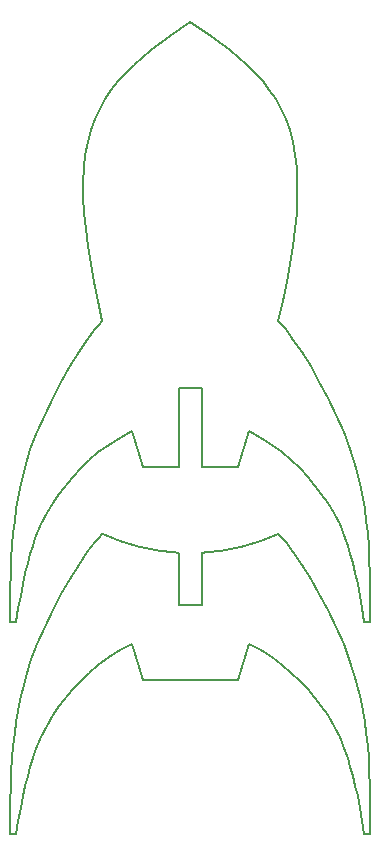
<source format=gbr>
G04 #@! TF.GenerationSoftware,KiCad,Pcbnew,(5.0.0-rc2-198-gb8bbb15aa)*
G04 #@! TF.CreationDate,2018-07-05T00:48:06-05:00*
G04 #@! TF.ProjectId,rocket,726F636B65742E6B696361645F706362,rev?*
G04 #@! TF.SameCoordinates,Original*
G04 #@! TF.FileFunction,Profile,NP*
%FSLAX46Y46*%
G04 Gerber Fmt 4.6, Leading zero omitted, Abs format (unit mm)*
G04 Created by KiCad (PCBNEW (5.0.0-rc2-198-gb8bbb15aa)) date 07/05/18 00:48:06*
%MOMM*%
%LPD*%
G01*
G04 APERTURE LIST*
%ADD10C,0.200000*%
G04 APERTURE END LIST*
D10*
X-4938074Y-52672647D02*
X-4020349Y-55684534D01*
X4938074Y-52672647D02*
X4020349Y-55684534D01*
X7454677Y-43352082D02*
G75*
G02X1000000Y-44949580I-7454677J16281782D01*
G01*
X-1000000Y-44949579D02*
G75*
G02X-7454678Y-43352082I1000000J17879279D01*
G01*
X-1000000Y-55684534D02*
X1000000Y-55684534D01*
X1000000Y-49334534D02*
X1000000Y-44949580D01*
X-1000000Y-49334534D02*
X-1000000Y-44949580D01*
X1000000Y-49334534D02*
X0Y-49334534D01*
X-1000000Y-49334534D02*
X0Y-49334534D01*
X4020349Y-55684534D02*
X1000000Y-55684534D01*
X15249715Y-67370361D02*
X15240000Y-68800000D01*
X15239498Y-66014796D02*
X15249715Y-67370361D01*
X15209306Y-64731489D02*
X15239498Y-66014796D01*
X15159072Y-63517634D02*
X15209306Y-64731489D01*
X15088707Y-62369624D02*
X15159072Y-63517634D01*
X14998114Y-61283211D02*
X15088707Y-62369624D01*
X14887189Y-60253662D02*
X14998114Y-61283211D01*
X14755842Y-59275903D02*
X14887189Y-60253662D01*
X14431656Y-57454601D02*
X14755842Y-59275903D01*
X14025670Y-55777072D02*
X14431656Y-57454601D01*
X13539398Y-54203895D02*
X14025670Y-55777072D01*
X12976590Y-52702093D02*
X13539398Y-54203895D01*
X12344357Y-51248922D02*
X12976590Y-52702093D01*
X11654456Y-49835582D02*
X12344357Y-51248922D01*
X10924181Y-48469746D02*
X11654456Y-49835582D01*
X10175555Y-47174127D02*
X10924181Y-48469746D01*
X9432675Y-45980780D02*
X10175555Y-47174127D01*
X8719041Y-44925248D02*
X9432675Y-45980780D01*
X8054946Y-44040787D02*
X8719041Y-44925248D01*
X7746256Y-43670938D02*
X8054946Y-44040787D01*
X7454678Y-43352082D02*
X7746256Y-43670938D01*
X15240000Y-68800000D02*
X14740000Y-68800000D01*
X14559342Y-67643647D02*
X14740000Y-68800000D01*
X14371961Y-66570122D02*
X14559342Y-67643647D01*
X14177948Y-65577512D02*
X14371961Y-66570122D01*
X13977438Y-64662858D02*
X14177948Y-65577512D01*
X13770587Y-63822335D02*
X13977438Y-64662858D01*
X13557562Y-63051417D02*
X13770587Y-63822335D01*
X13338522Y-62345022D02*
X13557562Y-63051417D01*
X13113607Y-61697659D02*
X13338522Y-62345022D01*
X12646527Y-60556812D02*
X13113607Y-61697659D01*
X12156522Y-59581659D02*
X12646527Y-60556812D01*
X11642636Y-58726199D02*
X12156522Y-59581659D01*
X11102415Y-57948868D02*
X11642636Y-58726199D01*
X9923300Y-56505146D02*
X11102415Y-57948868D01*
X9269043Y-55805795D02*
X9923300Y-56505146D01*
X8558281Y-55118265D02*
X9269043Y-55805795D01*
X7779852Y-54449918D02*
X8558281Y-55118265D01*
X6922878Y-53811939D02*
X7779852Y-54449918D01*
X5977876Y-53216333D02*
X6922878Y-53811939D01*
X4938074Y-52672647D02*
X5977876Y-53216333D01*
X-15240000Y-68800000D02*
X-14740000Y-68800000D01*
X-14559342Y-67643647D02*
X-14740000Y-68800000D01*
X-14371961Y-66570122D02*
X-14559342Y-67643647D01*
X-14177948Y-65577512D02*
X-14371961Y-66570122D01*
X-13977438Y-64662858D02*
X-14177948Y-65577512D01*
X-13770587Y-63822335D02*
X-13977438Y-64662858D01*
X-13557562Y-63051417D02*
X-13770587Y-63822335D01*
X-13338522Y-62345022D02*
X-13557562Y-63051417D01*
X-13113607Y-61697659D02*
X-13338522Y-62345022D01*
X-12646527Y-60556812D02*
X-13113607Y-61697659D01*
X-12156522Y-59581659D02*
X-12646527Y-60556812D01*
X-11642636Y-58726199D02*
X-12156522Y-59581659D01*
X-11102415Y-57948868D02*
X-11642636Y-58726199D01*
X-9923300Y-56505146D02*
X-11102415Y-57948868D01*
X-9269043Y-55805795D02*
X-9923300Y-56505146D01*
X-8558281Y-55118265D02*
X-9269043Y-55805795D01*
X-7779852Y-54449918D02*
X-8558281Y-55118265D01*
X-6922878Y-53811939D02*
X-7779852Y-54449918D01*
X-5977876Y-53216333D02*
X-6922878Y-53811939D01*
X-4938074Y-52672647D02*
X-5977876Y-53216333D01*
X-15249715Y-67370361D02*
X-15240000Y-68800000D01*
X-15239498Y-66014796D02*
X-15249715Y-67370361D01*
X-15209306Y-64731489D02*
X-15239498Y-66014796D01*
X-15159072Y-63517634D02*
X-15209306Y-64731489D01*
X-15088707Y-62369624D02*
X-15159072Y-63517634D01*
X-14998114Y-61283211D02*
X-15088707Y-62369624D01*
X-14887189Y-60253662D02*
X-14998114Y-61283211D01*
X-14755842Y-59275903D02*
X-14887189Y-60253662D01*
X-14431656Y-57454601D02*
X-14755842Y-59275903D01*
X-14025670Y-55777072D02*
X-14431656Y-57454601D01*
X-13539398Y-54203895D02*
X-14025670Y-55777072D01*
X-12976590Y-52702093D02*
X-13539398Y-54203895D01*
X-12344357Y-51248922D02*
X-12976590Y-52702093D01*
X-11654456Y-49835582D02*
X-12344357Y-51248922D01*
X-10924181Y-48469746D02*
X-11654456Y-49835582D01*
X-10175555Y-47174127D02*
X-10924181Y-48469746D01*
X-9432675Y-45980780D02*
X-10175555Y-47174127D01*
X-8719041Y-44925248D02*
X-9432675Y-45980780D01*
X-8054946Y-44040787D02*
X-8719041Y-44925248D01*
X-7746256Y-43670938D02*
X-8054946Y-44040787D01*
X-7454678Y-43352082D02*
X-7746256Y-43670938D01*
X-4020349Y-55684534D02*
X-1000000Y-55684534D01*
X-7222188Y-6525925D02*
X-7686110Y-7350408D01*
X-6697913Y-5751777D02*
X-7222188Y-6525925D01*
X-6117538Y-5021738D02*
X-6697913Y-5751777D01*
X-5485704Y-4329157D02*
X-6117538Y-5021738D01*
X-4807234Y-3667213D02*
X-5485704Y-4329157D01*
X-3329379Y-2408655D02*
X-4807234Y-3667213D01*
X-1718619Y-1197825D02*
X-3329379Y-2408655D01*
X0Y0D02*
X-1718619Y-1197825D01*
X1000000Y-31000000D02*
X-1000000Y-31000000D01*
X1000000Y-37684534D02*
X1000000Y-31000000D01*
X-1000000Y-37684534D02*
X-1000000Y-31000000D01*
X4020349Y-37684534D02*
X1000000Y-37684534D01*
X4938074Y-34672647D02*
X4020349Y-37684534D01*
X7834754Y-23663787D02*
X7454678Y-25352082D01*
X8162567Y-22067977D02*
X7834754Y-23663787D01*
X8446040Y-20518214D02*
X8162567Y-22067977D01*
X8681297Y-19018241D02*
X8446040Y-20518214D01*
X8864481Y-17571704D02*
X8681297Y-19018241D01*
X8991864Y-16182031D02*
X8864481Y-17571704D01*
X9059944Y-14852320D02*
X8991864Y-16182031D01*
X9065558Y-13585211D02*
X9059944Y-14852320D01*
X9006009Y-12382747D02*
X9065558Y-13585211D01*
X8879192Y-11246225D02*
X9006009Y-12382747D01*
X8683736Y-10176045D02*
X8879192Y-11246225D01*
X8419159Y-9171534D02*
X8683736Y-10176045D01*
X8086036Y-8230758D02*
X8419159Y-9171534D01*
X7686110Y-7350408D02*
X8086036Y-8230758D01*
X7222188Y-6525925D02*
X7686110Y-7350408D01*
X6697913Y-5751777D02*
X7222188Y-6525925D01*
X6117538Y-5021738D02*
X6697913Y-5751777D01*
X5485704Y-4329157D02*
X6117538Y-5021738D01*
X4807234Y-3667213D02*
X5485704Y-4329157D01*
X3329379Y-2408655D02*
X4807234Y-3667213D01*
X1718619Y-1197825D02*
X3329379Y-2408655D01*
X0Y0D02*
X1718619Y-1197825D01*
X15249715Y-49370361D02*
X15240000Y-50800000D01*
X15239498Y-48014796D02*
X15249715Y-49370361D01*
X15209306Y-46731489D02*
X15239498Y-48014796D01*
X15159072Y-45517634D02*
X15209306Y-46731489D01*
X15088707Y-44369624D02*
X15159072Y-45517634D01*
X14998114Y-43283211D02*
X15088707Y-44369624D01*
X14887189Y-42253662D02*
X14998114Y-43283211D01*
X14755842Y-41275903D02*
X14887189Y-42253662D01*
X14431656Y-39454601D02*
X14755842Y-41275903D01*
X14025670Y-37777072D02*
X14431656Y-39454601D01*
X13539398Y-36203895D02*
X14025670Y-37777072D01*
X12976590Y-34702093D02*
X13539398Y-36203895D01*
X12344357Y-33248922D02*
X12976590Y-34702093D01*
X11654456Y-31835582D02*
X12344357Y-33248922D01*
X10924181Y-30469746D02*
X11654456Y-31835582D01*
X10175555Y-29174127D02*
X10924181Y-30469746D01*
X9432675Y-27980780D02*
X10175555Y-29174127D01*
X8719041Y-26925248D02*
X9432675Y-27980780D01*
X8054946Y-26040787D02*
X8719041Y-26925248D01*
X7746256Y-25670938D02*
X8054946Y-26040787D01*
X7454678Y-25352082D02*
X7746256Y-25670938D01*
X15240000Y-50800000D02*
X14740000Y-50800000D01*
X14559342Y-49643647D02*
X14740000Y-50800000D01*
X14371961Y-48570122D02*
X14559342Y-49643647D01*
X14177948Y-47577512D02*
X14371961Y-48570122D01*
X13977438Y-46662858D02*
X14177948Y-47577512D01*
X13770587Y-45822335D02*
X13977438Y-46662858D01*
X13557562Y-45051417D02*
X13770587Y-45822335D01*
X13338522Y-44345022D02*
X13557562Y-45051417D01*
X13113607Y-43697659D02*
X13338522Y-44345022D01*
X12646527Y-42556812D02*
X13113607Y-43697659D01*
X12156522Y-41581659D02*
X12646527Y-42556812D01*
X11642636Y-40726199D02*
X12156522Y-41581659D01*
X11102415Y-39948868D02*
X11642636Y-40726199D01*
X9923300Y-38505146D02*
X11102415Y-39948868D01*
X9269043Y-37805795D02*
X9923300Y-38505146D01*
X8558281Y-37118265D02*
X9269043Y-37805795D01*
X7779852Y-36449918D02*
X8558281Y-37118265D01*
X6922878Y-35811939D02*
X7779852Y-36449918D01*
X5977876Y-35216333D02*
X6922878Y-35811939D01*
X4938074Y-34672647D02*
X5977876Y-35216333D01*
X-15240000Y-50800000D02*
X-14740000Y-50800000D01*
X-14559342Y-49643647D02*
X-14740000Y-50800000D01*
X-14371961Y-48570122D02*
X-14559342Y-49643647D01*
X-14177948Y-47577512D02*
X-14371961Y-48570122D01*
X-13977438Y-46662858D02*
X-14177948Y-47577512D01*
X-13770587Y-45822335D02*
X-13977438Y-46662858D01*
X-13557562Y-45051417D02*
X-13770587Y-45822335D01*
X-13338522Y-44345022D02*
X-13557562Y-45051417D01*
X-13113607Y-43697659D02*
X-13338522Y-44345022D01*
X-12646527Y-42556812D02*
X-13113607Y-43697659D01*
X-12156522Y-41581659D02*
X-12646527Y-42556812D01*
X-11642636Y-40726199D02*
X-12156522Y-41581659D01*
X-11102415Y-39948868D02*
X-11642636Y-40726199D01*
X-9923300Y-38505146D02*
X-11102415Y-39948868D01*
X-9269043Y-37805795D02*
X-9923300Y-38505146D01*
X-8558281Y-37118265D02*
X-9269043Y-37805795D01*
X-7779852Y-36449918D02*
X-8558281Y-37118265D01*
X-6922878Y-35811939D02*
X-7779852Y-36449918D01*
X-5977876Y-35216333D02*
X-6922878Y-35811939D01*
X-4938074Y-34672647D02*
X-5977876Y-35216333D01*
X-15249715Y-49370361D02*
X-15240000Y-50800000D01*
X-15239498Y-48014796D02*
X-15249715Y-49370361D01*
X-15209306Y-46731489D02*
X-15239498Y-48014796D01*
X-15159072Y-45517634D02*
X-15209306Y-46731489D01*
X-15088707Y-44369624D02*
X-15159072Y-45517634D01*
X-14998114Y-43283211D02*
X-15088707Y-44369624D01*
X-14887189Y-42253662D02*
X-14998114Y-43283211D01*
X-14755842Y-41275903D02*
X-14887189Y-42253662D01*
X-14431656Y-39454601D02*
X-14755842Y-41275903D01*
X-14025670Y-37777072D02*
X-14431656Y-39454601D01*
X-13539398Y-36203895D02*
X-14025670Y-37777072D01*
X-12976590Y-34702093D02*
X-13539398Y-36203895D01*
X-12344357Y-33248922D02*
X-12976590Y-34702093D01*
X-11654456Y-31835582D02*
X-12344357Y-33248922D01*
X-10924181Y-30469746D02*
X-11654456Y-31835582D01*
X-10175555Y-29174127D02*
X-10924181Y-30469746D01*
X-9432675Y-27980780D02*
X-10175555Y-29174127D01*
X-8719041Y-26925248D02*
X-9432675Y-27980780D01*
X-8054946Y-26040787D02*
X-8719041Y-26925248D01*
X-7746256Y-25670938D02*
X-8054946Y-26040787D01*
X-7454678Y-25352082D02*
X-7746256Y-25670938D01*
X-4020349Y-37684534D02*
X-1000000Y-37684534D01*
X-4938074Y-34672647D02*
X-4020349Y-37684534D01*
X-7834754Y-23663787D02*
X-7454678Y-25352082D01*
X-8162567Y-22067977D02*
X-7834754Y-23663787D01*
X-8446040Y-20518214D02*
X-8162567Y-22067977D01*
X-8681297Y-19018241D02*
X-8446040Y-20518214D01*
X-8864481Y-17571704D02*
X-8681297Y-19018241D01*
X-8991864Y-16182031D02*
X-8864481Y-17571704D01*
X-9059944Y-14852320D02*
X-8991864Y-16182031D01*
X-9065558Y-13585211D02*
X-9059944Y-14852320D01*
X-9006009Y-12382747D02*
X-9065558Y-13585211D01*
X-8879192Y-11246225D02*
X-9006009Y-12382747D01*
X-8683736Y-10176045D02*
X-8879192Y-11246225D01*
X-8419159Y-9171534D02*
X-8683736Y-10176045D01*
X-8086036Y-8230758D02*
X-8419159Y-9171534D01*
X-7686110Y-7350408D02*
X-8086036Y-8230758D01*
M02*

</source>
